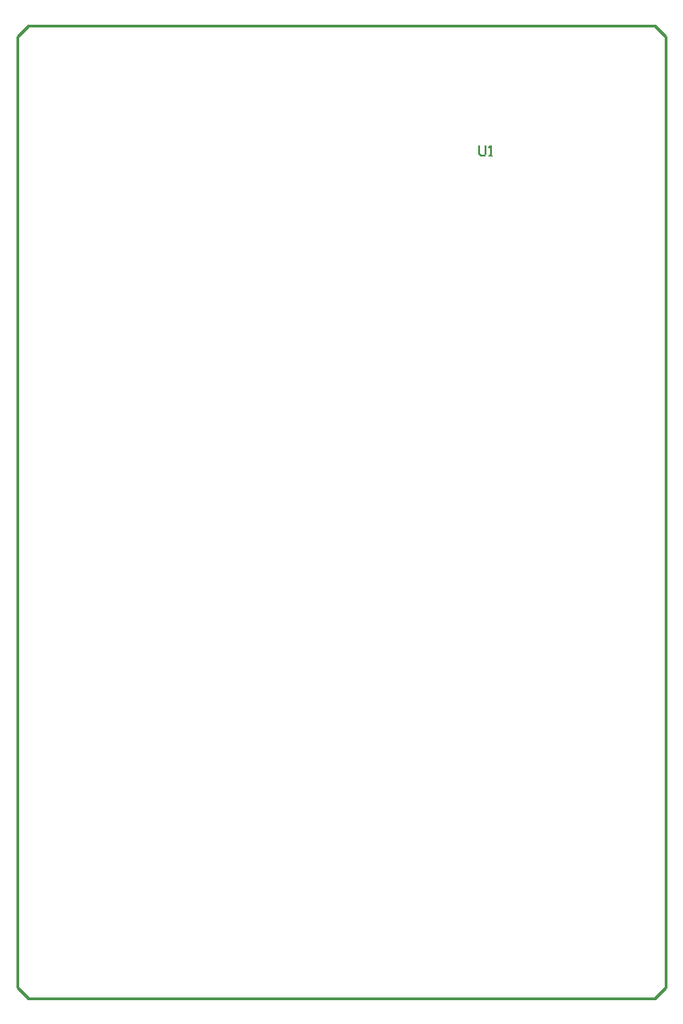
<source format=gm1>
G04*
G04 #@! TF.GenerationSoftware,Altium Limited,Altium Designer,19.1.8 (144)*
G04*
G04 Layer_Color=16711935*
%FSTAX44Y44*%
%MOMM*%
G71*
G01*
G75*
%ADD12C,0.1270*%
%ADD90C,0.2540*%
D12*
X00427899Y00788668D02*
Y00781262D01*
X0042938Y00779781D01*
X00432343D01*
X00433824Y00781262D01*
Y00788668D01*
X00436786Y00779781D02*
X00439749D01*
X00438268D01*
Y00788668D01*
X00436786Y00787187D01*
D90*
X00000254Y00009906D02*
X0001016Y0D01*
X00000254Y00009906D02*
Y00010414D01*
Y00890016D01*
X0001016Y00899922D01*
X00590042D01*
X00599948Y00890016D01*
Y00009906D02*
Y00890016D01*
X00590042Y0D02*
X00599948Y00009906D01*
X0001016Y0D02*
X00590042D01*
M02*

</source>
